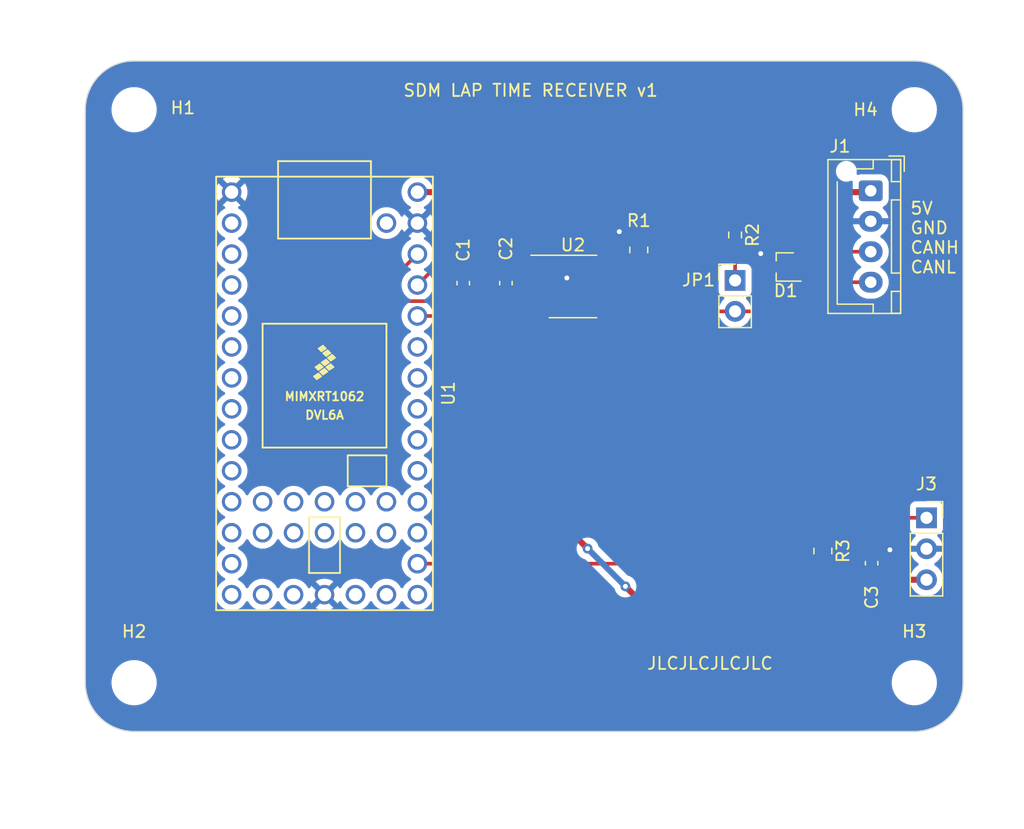
<source format=kicad_pcb>
(kicad_pcb (version 20221018) (generator pcbnew)
  (layers (0 "F.Cu" signal) (31 "B.Cu" signal) (34 "B.Paste" user) (35 "F.Paste" user) (36 "B.SilkS" user "B.Silkscreen") (37 "F.SilkS" user "F.Silkscreen") (38 "B.Mask" user) (39 "F.Mask" user) (44 "Edge.Cuts" user))
  (net 0 "")
  (net 1 "+3.3V")
  (net 2 "GND")
  (net 3 "/CANH")
  (net 4 "+5V")
  (net 5 "/IRout")
  (net 6 "Net-(JP1-A)")
  (net 7 "Net-(U2-Rs)")
  (net 20 "/CTX")
  (net 21 "/CRX")
  (net 46 "/CANL")
  (footprint "Capacitor_SMD:C_0603_1608Metric" (layer "F.Cu") (at 186.5 109.2 -90)
    (fp_text reference "C3" (at 2.8 0 90) (layer "F.SilkS"))
    (fp_text value "100nF" hide)
    (fp_line (start -0.14058 -0.51) (end 0.14058 -0.51) (stroke (width 0.12)) (layer "F.SilkS"))
    (fp_line (start -0.14058 0.51) (end 0.14058 0.51) (stroke (width 0.12)) (layer "F.SilkS"))
    (pad "1" smd roundrect (at -0.775 0 270) (size 0.9 0.95) (layers "F.Cu" "F.Paste" "F.Mask") (net 2 "GND"))
    (pad "2" smd roundrect (at 0.775 0 270) (size 0.9 0.95) (layers "F.Cu" "F.Paste" "F.Mask") (net 1 "+3.3V"))
  )
  (footprint "MountingHole:MountingHole_3.2mm_M3" (layer "F.Cu") (at 126 119)
    (fp_text reference "H2" (at 0 -4.2) (layer "F.SilkS"))
    (fp_text value "MountingHole")
    (pad "" np_thru_hole circle (at 0 0) (size 3.2 3.2) (drill 3.2) (layers "*.Cu" "*.Mask"))
  )
  (footprint "Resistor_SMD:R_0805_2012Metric_Pad1.20x1.40mm_HandSolder" (layer "F.Cu") (at 182.5 108.2 -90)
    (fp_text reference "R3" (at 0 -1.65 90) (layer "F.SilkS"))
    (fp_text value "10k" hide)
    (fp_line (start -0.227064 -0.735) (end 0.227064 -0.735) (stroke (width 0.12)) (layer "F.SilkS"))
    (fp_line (start -0.227064 0.735) (end 0.227064 0.735) (stroke (width 0.12)) (layer "F.SilkS"))
    (pad "1" smd roundrect (at -1 0 270) (size 1.2 1.4) (layers "F.Cu" "F.Paste" "F.Mask") (roundrect_rratio 0.208333) (net 5 "/IRout"))
    (pad "2" smd roundrect (at 1 0 270) (size 1.2 1.4) (layers "F.Cu" "F.Paste" "F.Mask") (roundrect_rratio 0.208333) (net 1 "+3.3V"))
  )
  (footprint "MountingHole:MountingHole_3.2mm_M3" (layer "F.Cu") (at 126 72)
    (fp_text reference "H1" (at 4 -0.15) (layer "F.SilkS"))
    (fp_text value "MountingHole")
    (pad "" np_thru_hole circle (at 0 0) (size 3.2 3.2) (drill 3.2) (layers "*.Cu" "*.Mask"))
  )
  (footprint "MountingHole:MountingHole_3.2mm_M3" (layer "F.Cu") (at 190 119)
    (fp_text reference "H3" (at 0 -4.2) (layer "F.SilkS"))
    (fp_text value "MountingHole")
    (pad "" np_thru_hole circle (at 0 0) (size 3.2 3.2) (drill 3.2) (layers "*.Cu" "*.Mask"))
  )
  (footprint "Package_TO_SOT_SMD:SOT-323_SC-70" (layer "F.Cu") (at 179.4 84.9 180)
    (fp_text reference "D1" (at -0.05 -1.95) (layer "F.SilkS"))
    (fp_text value "D_TVS_Dual_AAC")
    (fp_line (start -0.68 1.16) (end 0.73 1.16) (stroke (width 0.12)) (layer "F.SilkS"))
    (fp_line (start 0.73 -1.16) (end -1.3 -1.16) (stroke (width 0.12)) (layer "F.SilkS"))
    (fp_line (start 0.73 -1.16) (end 0.73 -0.5) (stroke (width 0.12)) (layer "F.SilkS"))
    (fp_line (start 0.73 0.5) (end 0.73 1.16) (stroke (width 0.12)) (layer "F.SilkS"))
    (pad "1" smd rect (at -1 -0.65 90) (size 0.45 0.7) (layers "F.Cu" "F.Paste" "F.Mask") (net 46 "/CANL"))
    (pad "2" smd rect (at -1 0.65 90) (size 0.45 0.7) (layers "F.Cu" "F.Paste" "F.Mask") (net 3 "/CANH"))
    (pad "3" smd rect (at 1 0 90) (size 0.45 0.7) (layers "F.Cu" "F.Paste" "F.Mask") (net 2 "GND"))
  )
  (footprint "Connector_PinHeader_2.54mm:PinHeader_1x02_P2.54mm_Vertical" (layer "F.Cu") (at 175.3 86)
    (fp_text reference "JP1" (at -3 -0.025) (layer "F.SilkS"))
    (fp_text value "Bus_Termination" hide)
    (fp_line (start -1.33 -1.33) (end 0 -1.33) (stroke (width 0.12)) (layer "F.SilkS"))
    (fp_line (start -1.33 0) (end -1.33 -1.33) (stroke (width 0.12)) (layer "F.SilkS"))
    (fp_line (start -1.33 1.27) (end -1.33 3.87) (stroke (width 0.12)) (layer "F.SilkS"))
    (fp_line (start -1.33 1.27) (end 1.33 1.27) (stroke (width 0.12)) (layer "F.SilkS"))
    (fp_line (start -1.33 3.87) (end 1.33 3.87) (stroke (width 0.12)) (layer "F.SilkS"))
    (fp_line (start 1.33 1.27) (end 1.33 3.87) (stroke (width 0.12)) (layer "F.SilkS"))
    (pad "1" thru_hole rect (at 0 0) (size 1.7 1.7) (drill 1) (layers "*.Cu" "*.Mask") (net 6 "Net-(JP1-A)"))
    (pad "2" thru_hole oval (at 0 2.54) (size 1.7 1.7) (drill 1) (layers "*.Cu" "*.Mask") (net 46 "/CANL"))
  )
  (footprint "MountingHole:MountingHole_3.2mm_M3" (layer "F.Cu") (at 190 72)
    (fp_text reference "H4" (at -4 0) (layer "F.SilkS"))
    (fp_text value "MountingHole")
    (pad "" np_thru_hole circle (at 0 0) (size 3.2 3.2) (drill 3.2) (layers "*.Cu" "*.Mask"))
  )
  (footprint "Capacitor_SMD:C_0603_1608Metric" (layer "F.Cu") (at 153 86.225 90)
    (fp_text reference "C1" (at 2.725 0 90) (layer "F.SilkS"))
    (fp_text value "100nF")
    (fp_line (start -0.14058 -0.51) (end 0.14058 -0.51) (stroke (width 0.12)) (layer "F.SilkS"))
    (fp_line (start -0.14058 0.51) (end 0.14058 0.51) (stroke (width 0.12)) (layer "F.SilkS"))
    (pad "1" smd roundrect (at -0.775 0 90) (size 0.9 0.95) (layers "F.Cu" "F.Paste" "F.Mask") (net 1 "+3.3V"))
    (pad "2" smd roundrect (at 0.775 0 90) (size 0.9 0.95) (layers "F.Cu" "F.Paste" "F.Mask") (net 2 "GND"))
  )
  (footprint "Connector_JST:JST_XH_B4B-XH-AM_1x04_P2.50mm_Vertical" (layer "F.Cu") (at 186.425 78.65 -90)
    (fp_text reference "J1" (at -3.65 2.525 -180) (layer "F.SilkS"))
    (fp_text value "Conn_01x04_Pin" hide)
    (fp_line (start -2.85 -2.75) (end -2.85 -1.5) (stroke (width 0.12)) (layer "F.SilkS"))
    (fp_line (start -2.56 -2.46) (end -2.56 3.51) (stroke (width 0.12)) (layer "F.SilkS"))
    (fp_line (start -2.56 3.51) (end 10.06 3.51) (stroke (width 0.12)) (layer "F.SilkS"))
    (fp_line (start -2.55 -2.45) (end -2.55 -1.7) (stroke (width 0.12)) (layer "F.SilkS"))
    (fp_line (start -2.55 -1.7) (end -0.75 -1.7) (stroke (width 0.12)) (layer "F.SilkS"))
    (fp_line (start -2.55 -0.2) (end -1.8 -0.2) (stroke (width 0.12)) (layer "F.SilkS"))
    (fp_line (start -1.8 -0.2) (end -1.8 1.14) (stroke (width 0.12)) (layer "F.SilkS"))
    (fp_line (start -1.6 -2.75) (end -2.85 -2.75) (stroke (width 0.12)) (layer "F.SilkS"))
    (fp_line (start -0.75 -2.45) (end -2.55 -2.45) (stroke (width 0.12)) (layer "F.SilkS"))
    (fp_line (start -0.75 -1.7) (end -0.75 -2.45) (stroke (width 0.12)) (layer "F.SilkS"))
    (fp_line (start 0.75 -2.45) (end 0.75 -1.7) (stroke (width 0.12)) (layer "F.SilkS"))
    (fp_line (start 0.75 -1.7) (end 6.75 -1.7) (stroke (width 0.12)) (layer "F.SilkS"))
    (fp_line (start 3.75 2.75) (end -0.74 2.75) (stroke (width 0.12)) (layer "F.SilkS"))
    (fp_line (start 6.75 -2.45) (end 0.75 -2.45) (stroke (width 0.12)) (layer "F.SilkS"))
    (fp_line (start 6.75 -1.7) (end 6.75 -2.45) (stroke (width 0.12)) (layer "F.SilkS"))
    (fp_line (start 8.25 -2.45) (end 8.25 -1.7) (stroke (width 0.12)) (layer "F.SilkS"))
    (fp_line (start 8.25 -1.7) (end 10.05 -1.7) (stroke (width 0.12)) (layer "F.SilkS"))
    (fp_line (start 9.3 -0.2) (end 9.3 2.75) (stroke (width 0.12)) (layer "F.SilkS"))
    (fp_line (start 9.3 2.75) (end 3.75 2.75) (stroke (width 0.12)) (layer "F.SilkS"))
    (fp_line (start 10.05 -2.45) (end 8.25 -2.45) (stroke (width 0.12)) (layer "F.SilkS"))
    (fp_line (start 10.05 -1.7) (end 10.05 -2.45) (stroke (width 0.12)) (layer "F.SilkS"))
    (fp_line (start 10.05 -0.2) (end 9.3 -0.2) (stroke (width 0.12)) (layer "F.SilkS"))
    (fp_line (start 10.06 -2.46) (end -2.56 -2.46) (stroke (width 0.12)) (layer "F.SilkS"))
    (fp_line (start 10.06 3.51) (end 10.06 -2.46) (stroke (width 0.12)) (layer "F.SilkS"))
    (pad "" np_thru_hole circle (at -1.6 2 270) (size 1.2 1.2) (drill 1.2) (layers "*.Cu" "*.Mask"))
    (pad "1" thru_hole roundrect (at 0 0 270) (size 1.7 1.95) (drill 0.95) (layers "*.Cu" "*.Mask") (roundrect_rratio 0.147059) (net 4 "+5V"))
    (pad "2" thru_hole oval (at 2.5 0 270) (size 1.7 1.95) (drill 0.95) (layers "*.Cu" "*.Mask") (net 2 "GND"))
    (pad "3" thru_hole oval (at 5 0 270) (size 1.7 1.95) (drill 0.95) (layers "*.Cu" "*.Mask") (net 3 "/CANH"))
    (pad "4" thru_hole oval (at 7.5 0 270) (size 1.7 1.95) (drill 0.95) (layers "*.Cu" "*.Mask") (net 46 "/CANL"))
  )
  (footprint "Package_SO:SOIC-8_3.9x4.9mm_P1.27mm" (layer "F.Cu") (at 162 86.5)
    (fp_text reference "U2" (at 0 -3.4) (layer "F.SilkS"))
    (fp_text value "SN65HVD230" hide)
    (fp_line (start 0 -2.56) (end -3.45 -2.56) (stroke (width 0.12)) (layer "F.SilkS"))
    (fp_line (start 0 -2.56) (end 1.95 -2.56) (stroke (width 0.12)) (layer "F.SilkS"))
    (fp_line (start 0 2.56) (end -1.95 2.56) (stroke (width 0.12)) (layer "F.SilkS"))
    (fp_line (start 0 2.56) (end 1.95 2.56) (stroke (width 0.12)) (layer "F.SilkS"))
    (pad "1" smd roundrect (at -2.475 -1.905) (size 1.95 0.6) (layers "F.Cu" "F.Paste" "F.Mask") (net 21 "/CRX"))
    (pad "2" smd roundrect (at -2.475 -0.635) (size 1.95 0.6) (layers "F.Cu" "F.Paste" "F.Mask") (net 2 "GND"))
    (pad "3" smd roundrect (at -2.475 0.635) (size 1.95 0.6) (layers "F.Cu" "F.Paste" "F.Mask") (net 1 "+3.3V"))
    (pad "4" smd roundrect (at -2.475 1.905) (size 1.95 0.6) (layers "F.Cu" "F.Paste" "F.Mask") (net 20 "/CTX"))
    (pad "5" smd roundrect (at 2.475 1.905) (size 1.95 0.6) (layers "F.Cu" "F.Paste" "F.Mask"))
    (pad "6" smd roundrect (at 2.475 0.635) (size 1.95 0.6) (layers "F.Cu" "F.Paste" "F.Mask") (net 46 "/CANL"))
    (pad "7" smd roundrect (at 2.475 -0.635) (size 1.95 0.6) (layers "F.Cu" "F.Paste" "F.Mask") (net 3 "/CANH"))
    (pad "8" smd roundrect (at 2.475 -1.905) (size 1.95 0.6) (layers "F.Cu" "F.Paste" "F.Mask") (net 7 "Net-(U2-Rs)"))
  )
  (footprint "Capacitor_SMD:C_0603_1608Metric" (layer "F.Cu") (at 156.5 86.225 90)
    (fp_text reference "C2" (at 2.825 0 90) (layer "F.SilkS"))
    (fp_text value "100nF")
    (fp_line (start -0.14058 -0.51) (end 0.14058 -0.51) (stroke (width 0.12)) (layer "F.SilkS"))
    (fp_line (start -0.14058 0.51) (end 0.14058 0.51) (stroke (width 0.12)) (layer "F.SilkS"))
    (pad "1" smd roundrect (at -0.775 0 90) (size 0.9 0.95) (layers "F.Cu" "F.Paste" "F.Mask") (net 1 "+3.3V"))
    (pad "2" smd roundrect (at 0.775 0 90) (size 0.9 0.95) (layers "F.Cu" "F.Paste" "F.Mask") (net 2 "GND"))
  )
  (footprint "teensy:Teensy40" (layer "F.Cu") (at 141.62 95.27 -90)
    (fp_text reference "U1" (at 0 -10.16 90) (layer "F.SilkS"))
    (fp_text value "Teensy4.0")
    (fp_text user "DVL6A" (at 1.778 0) (layer "F.SilkS") (effects (font (size 0.7 0.7))))
    (fp_text user "MIMXRT1062" (at 0.254 0) (layer "F.SilkS") (effects (font (size 0.7 0.7))))
    (fp_line (start -19.05 -3.81) (end -17.78 -3.81) (stroke (width 0.15)) (layer "F.SilkS"))
    (fp_line (start -19.05 3.81) (end -19.05 -3.81) (stroke (width 0.15)) (layer "F.SilkS"))
    (fp_line (start -17.78 -8.89) (end 17.78 -8.89) (stroke (width 0.15)) (layer "F.SilkS"))
    (fp_line (start -17.78 3.81) (end -19.05 3.81) (stroke (width 0.15)) (layer "F.SilkS"))
    (fp_line (start -17.78 8.89) (end -17.78 -8.89) (stroke (width 0.15)) (layer "F.SilkS"))
    (fp_line (start -12.7 -3.81) (end -17.78 -3.81) (stroke (width 0.15)) (layer "F.SilkS"))
    (fp_line (start -12.7 3.81) (end -17.78 3.81) (stroke (width 0.15)) (layer "F.SilkS"))
    (fp_line (start -12.7 3.81) (end -12.7 -3.81) (stroke (width 0.15)) (layer "F.SilkS"))
    (fp_line (start -5.715 -5.08) (end -5.715 5.08) (stroke (width 0.15)) (layer "F.SilkS"))
    (fp_line (start 4.445 -5.08) (end -5.715 -5.08) (stroke (width 0.15)) (layer "F.SilkS"))
    (fp_line (start 4.445 5.08) (end -5.715 5.08) (stroke (width 0.15)) (layer "F.SilkS"))
    (fp_line (start 4.445 5.08) (end 4.445 -5.08) (stroke (width 0.15)) (layer "F.SilkS"))
    (fp_line (start 5.08 -5.08) (end 7.62 -5.08) (stroke (width 0.15)) (layer "F.SilkS"))
    (fp_line (start 5.08 -1.905) (end 5.08 -5.08) (stroke (width 0.15)) (layer "F.SilkS"))
    (fp_line (start 7.62 -5.08) (end 7.62 -1.905) (stroke (width 0.15)) (layer "F.SilkS"))
    (fp_line (start 7.62 -1.905) (end 5.08 -1.905) (stroke (width 0.15)) (layer "F.SilkS"))
    (fp_line (start 10.16 -1.27) (end 14.732 -1.27) (stroke (width 0.15)) (layer "F.SilkS"))
    (fp_line (start 10.16 1.27) (end 10.16 -1.27) (stroke (width 0.15)) (layer "F.SilkS"))
    (fp_line (start 14.732 -1.27) (end 14.732 1.27) (stroke (width 0.15)) (layer "F.SilkS"))
    (fp_line (start 14.732 1.27) (end 10.16 1.27) (stroke (width 0.15)) (layer "F.SilkS"))
    (fp_line (start 17.78 -8.89) (end 17.78 8.89) (stroke (width 0.15)) (layer "F.SilkS"))
    (fp_line (start 17.78 8.89) (end -17.78 8.89) (stroke (width 0.15)) (layer "F.SilkS"))
    (fp_poly (pts (xy -3.937 0.127) (xy -3.683 -0.127) (xy -3.429 0.254) (xy -3.683 0.508)) (stroke (width 0.1)) (fill solid) (layer "F.SilkS"))
    (fp_poly (pts (xy -3.556 -0.254) (xy -3.302 -0.508) (xy -3.048 -0.127) (xy -3.302 0.127)) (stroke (width 0.1)) (fill solid) (layer "F.SilkS"))
    (fp_poly (pts (xy -3.175 -0.635) (xy -2.921 -0.889) (xy -2.667 -0.508) (xy -2.921 -0.254)) (stroke (width 0.1)) (fill solid) (layer "F.SilkS"))
    (fp_poly (pts (xy -2.794 -0.127) (xy -2.54 -0.381) (xy -2.286 0) (xy -2.54 0.254)) (stroke (width 0.1)) (fill solid) (layer "F.SilkS"))
    (fp_poly (pts (xy -2.413 -0.508) (xy -2.159 -0.762) (xy -1.905 -0.381) (xy -2.159 -0.127)) (stroke (width 0.1)) (fill solid) (layer "F.SilkS"))
    (fp_poly (pts (xy -2.413 0.381) (xy -2.159 0.127) (xy -1.905 0.508) (xy -2.159 0.762)) (stroke (width 0.1)) (fill solid) (layer "F.SilkS"))
    (fp_poly (pts (xy -2.032 0) (xy -1.778 -0.254) (xy -1.524 0.127) (xy -1.778 0.381)) (stroke (width 0.1)) (fill solid) (layer "F.SilkS"))
    (fp_poly (pts (xy -1.651 0.508) (xy -1.397 0.254) (xy -1.143 0.635) (xy -1.397 0.889)) (stroke (width 0.1)) (fill solid) (layer "F.SilkS"))
    (pad "1" thru_hole circle (at -16.51 7.62 270) (size 1.6 1.6) (drill 1.1) (layers "*.Cu" "*.Mask") (net 2 "GND"))
    (pad "2" thru_hole circle (at -13.97 7.62 270) (size 1.6 1.6) (drill 1.1) (layers "*.Cu" "*.Mask"))
    (pad "3" thru_hole circle (at -11.43 7.62 270) (size 1.6 1.6) (drill 1.1) (layers "*.Cu" "*.Mask"))
    (pad "4" thru_hole circle (at -8.89 7.62 270) (size 1.6 1.6) (drill 1.1) (layers "*.Cu" "*.Mask"))
    (pad "5" thru_hole circle (at -6.35 7.62 270) (size 1.6 1.6) (drill 1.1) (layers "*.Cu" "*.Mask"))
    (pad "6" thru_hole circle (at -3.81 7.62 270) (size 1.6 1.6) (drill 1.1) (layers "*.Cu" "*.Mask"))
    (pad "7" thru_hole circle (at -1.27 7.62 270) (size 1.6 1.6) (drill 1.1) (layers "*.Cu" "*.Mask"))
    (pad "8" thru_hole circle (at 1.27 7.62 270) (size 1.6 1.6) (drill 1.1) (layers "*.Cu" "*.Mask"))
    (pad "9" thru_hole circle (at 3.81 7.62 270) (size 1.6 1.6) (drill 1.1) (layers "*.Cu" "*.Mask"))
    (pad "10" thru_hole circle (at 6.35 7.62 270) (size 1.6 1.6) (drill 1.1) (layers "*.Cu" "*.Mask"))
    (pad "11" thru_hole circle (at 8.89 7.62 270) (size 1.6 1.6) (drill 1.1) (layers "*.Cu" "*.Mask"))
    (pad "12" thru_hole circle (at 11.43 7.62 270) (size 1.6 1.6) (drill 1.1) (layers "*.Cu" "*.Mask"))
    (pad "13" thru_hole circle (at 13.97 7.62 270) (size 1.6 1.6) (drill 1.1) (layers "*.Cu" "*.Mask"))
    (pad "14" thru_hole circle (at 16.51 7.62 270) (size 1.6 1.6) (drill 1.1) (layers "*.Cu" "*.Mask"))
    (pad "15" thru_hole circle (at 16.51 5.08 270) (size 1.6 1.6) (drill 1.1) (layers "*.Cu" "*.Mask"))
    (pad "16" thru_hole circle (at 16.51 2.54 270) (size 1.6 1.6) (drill 1.1) (layers "*.Cu" "*.Mask"))
    (pad "17" thru_hole circle (at 16.51 0 270) (size 1.6 1.6) (drill 1.1) (layers "*.Cu" "*.Mask") (net 2 "GND"))
    (pad "18" thru_hole circle (at 16.51 -2.54 270) (size 1.6 1.6) (drill 1.1) (layers "*.Cu" "*.Mask"))
    (pad "19" thru_hole circle (at 16.51 -5.08 270) (size 1.6 1.6) (drill 1.1) (layers "*.Cu" "*.Mask"))
    (pad "20" thru_hole circle (at 16.51 -7.62 270) (size 1.6 1.6) (drill 1.1) (layers "*.Cu" "*.Mask"))
    (pad "21" thru_hole circle (at 13.97 -7.62 270) (size 1.6 1.6) (drill 1.1) (layers "*.Cu" "*.Mask") (net 5 "/IRout"))
    (pad "22" thru_hole circle (at 11.43 -7.62 270) (size 1.6 1.6) (drill 1.1) (layers "*.Cu" "*.Mask"))
    (pad "23" thru_hole circle (at 8.89 -7.62 270) (size 1.6 1.6) (drill 1.1) (layers "*.Cu" "*.Mask"))
    (pad "24" thru_hole circle (at 6.35 -7.62 270) (size 1.6 1.6) (drill 1.1) (layers "*.Cu" "*.Mask"))
    (pad "25" thru_hole circle (at 3.81 -7.62 270) (size 1.6 1.6) (drill 1.1) (layers "*.Cu" "*.Mask"))
    (pad "26" thru_hole circle (at 1.27 -7.62 270) (size 1.6 1.6) (drill 1.1) (layers "*.Cu" "*.Mask"))
    (pad "27" thru_hole circle (at -1.27 -7.62 270) (size 1.6 1.6) (drill 1.1) (layers "*.Cu" "*.Mask"))
    (pad "28" thru_hole circle (at -3.81 -7.62 270) (size 1.6 1.6) (drill 1.1) (layers "*.Cu" "*.Mask"))
    (pad "29" thru_hole circle (at -6.35 -7.62 270) (size 1.6 1.6) (drill 1.1) (layers "*.Cu" "*.Mask") (net 20 "/CTX"))
    (pad "30" thru_hole circle (at -8.89 -7.62 270) (size 1.6 1.6) (drill 1.1) (layers "*.Cu" "*.Mask") (net 21 "/CRX"))
    (pad "31" thru_hole circle (at -11.43 -7.62 270) (size 1.6 1.6) (drill 1.1) (layers "*.Cu" "*.Mask") (net 1 "+3.3V"))
    (pad "32" thru_hole circle (at -13.97 -7.62 270) (size 1.6 1.6) (drill 1.1) (layers "*.Cu" "*.Mask") (net 2 "GND"))
    (pad "33" thru_hole circle (at -16.51 -7.62 270) (size 1.6 1.6) (drill 1.1) (layers "*.Cu" "*.Mask") (net 4 "+5V"))
    (pad "34" thru_hole circle (at -13.97 -5.08 270) (size 1.6 1.6) (drill 1.1) (layers "*.Cu" "*.Mask"))
    (pad "35" thru_hole circle (at 11.43 -5.08 270) (size 1.6 1.6) (drill 1.1) (layers "*.Cu" "*.Mask"))
    (pad "36" thru_hole circle (at 8.89 -5.08 270) (size 1.6 1.6) (drill 1.1) (layers "*.Cu" "*.Mask"))
    (pad "37" thru_hole circle (at 11.43 -2.54 270) (size 1.6 1.6) (drill 1.1) (layers "*.Cu" "*.Mask"))
    (pad "38" thru_hole circle (at 8.89 -2.54 270) (size 1.6 1.6) (drill 1.1) (layers "*.Cu" "*.Mask"))
    (pad "39" thru_hole circle (at 11.43 0 270) (size 1.6 1.6) (drill 1.1) (layers "*.Cu" "*.Mask"))
    (pad "40" thru_hole circle (at 8.89 0 270) (size 1.6 1.6) (drill 1.1) (layers "*.Cu" "*.Mask"))
    (pad "41" thru_hole circle (at 11.43 2.54 270) (size 1.6 1.6) (drill 1.1) (layers "*.Cu" "*.Mask"))
    (pad "42" thru_hole circle (at 8.89 2.54 270) (size 1.6 1.6) (drill 1.1) (layers "*.Cu" "*.Mask"))
    (pad "43" thru_hole circle (at 11.43 5.08 270) (size 1.6 1.6) (drill 1.1) (layers "*.Cu" "*.Mask"))
    (pad "44" thru_hole circle (at 8.89 5.08 270) (size 1.6 1.6) (drill 1.1) (layers "*.Cu" "*.Mask"))
  )
  (footprint "Resistor_SMD:R_0805_2012Metric" (layer "F.Cu") (at 167.4 83.5 90)
    (fp_text reference "R1" (at 2.4 0 180) (layer "F.SilkS"))
    (fp_text value "10k")
    (fp_line (start -0.227064 -0.735) (end 0.227064 -0.735) (stroke (width 0.12)) (layer "F.SilkS"))
    (fp_line (start -0.227064 0.735) (end 0.227064 0.735) (stroke (width 0.12)) (layer "F.SilkS"))
    (pad "1" smd roundrect (at -0.9125 0 90) (size 1.025 1.4) (layers "F.Cu" "F.Paste" "F.Mask") (roundrect_rratio 0.243902) (net 7 "Net-(U2-Rs)"))
    (pad "2" smd roundrect (at 0.9125 0 90) (size 1.025 1.4) (layers "F.Cu" "F.Paste" "F.Mask") (roundrect_rratio 0.243902) (net 2 "GND"))
  )
  (footprint "Connector_PinSocket_2.54mm:PinSocket_1x03_P2.54mm_Vertical" (layer "F.Cu") (at 191 105.475)
    (fp_text reference "J3" (at 0 -2.77) (layer "F.SilkS"))
    (fp_text value "IR Sensor")
    (fp_line (start -1.33 1.27) (end -1.33 6.41) (stroke (width 0.12)) (layer "F.SilkS"))
    (fp_line (start -1.33 1.27) (end 1.33 1.27) (stroke (width 0.12)) (layer "F.SilkS"))
    (fp_line (start -1.33 6.41) (end 1.33 6.41) (stroke (width 0.12)) (layer "F.SilkS"))
    (fp_line (start 0 -1.33) (end 1.33 -1.33) (stroke (width 0.12)) (layer "F.SilkS"))
    (fp_line (start 1.33 -1.33) (end 1.33 0) (stroke (width 0.12)) (layer "F.SilkS"))
    (fp_line (start 1.33 1.27) (end 1.33 6.41) (stroke (width 0.12)) (layer "F.SilkS"))
    (pad "1" thru_hole rect (at 0 0) (size 1.7 1.7) (drill 1) (layers "*.Cu" "*.Mask") (net 5 "/IRout"))
    (pad "2" thru_hole oval (at 0 2.54) (size 1.7 1.7) (drill 1) (layers "*.Cu" "*.Mask") (net 2 "GND"))
    (pad "3" thru_hole oval (at 0 5.08) (size 1.7 1.7) (drill 1) (layers "*.Cu" "*.Mask") (net 1 "+3.3V"))
  )
  (footprint "Resistor_SMD:R_0603_1608Metric" (layer "F.Cu") (at 175.3 82.275 -90)
    (fp_text reference "R2" (at 0 -1.43 -90) (layer "F.SilkS"))
    (fp_text value "120")
    (fp_line (start -0.237258 -0.5225) (end 0.237258 -0.5225) (stroke (width 0.12)) (layer "F.SilkS"))
    (fp_line (start -0.237258 0.5225) (end 0.237258 0.5225) (stroke (width 0.12)) (layer "F.SilkS"))
    (pad "1" smd roundrect (at -0.825 0 270) (size 0.8 0.95) (layers "F.Cu" "F.Paste" "F.Mask") (net 3 "/CANH"))
    (pad "2" smd roundrect (at 0.825 0 270) (size 0.8 0.95) (layers "F.Cu" "F.Paste" "F.Mask") (net 6 "Net-(JP1-A)"))
  )
  (gr_line (start 126 68) (end 190 68) (stroke (width 0.1)) (layer "Edge.Cuts"))
  (gr_arc (start 122 72) (mid 123.171573 69.171573) (end 126 68) (stroke (width 0.1)) (layer "Edge.Cuts"))
  (gr_line (start 190 123) (end 126 123) (stroke (width 0.1)) (layer "Edge.Cuts"))
  (gr_line (start 194 72) (end 194 119) (stroke (width 0.1)) (layer "Edge.Cuts"))
  (gr_arc (start 194 119) (mid 192.828427 121.828427) (end 190 123) (stroke (width 0.1)) (layer "Edge.Cuts"))
  (gr_arc (start 190 68) (mid 192.828427 69.171573) (end 194 72) (stroke (width 0.1)) (layer "Edge.Cuts"))
  (gr_line (start 122 119) (end 122 72) (stroke (width 0.1)) (layer "Edge.Cuts"))
  (gr_arc (start 126 123) (mid 123.171573 121.828427) (end 122 119) (stroke (width 0.1)) (layer "Edge.Cuts"))
  (gr_text "5V\nGND\nCANH\nCANL" (at 189.6 85.5) (layer "F.SilkS") (effects (font (size 1 1)) (justify left bottom)))
  (gr_text "JLCJLCJLCJLC" (at 168 118) (layer "F.SilkS") (effects (font (size 1 1)) (justify left bottom)))
  (gr_text "SDM LAP TIME RECEIVER v1" (at 148 71) (layer "F.SilkS") (effects (font (size 1 1)) (justify left bottom)))
  (segment (start 152.3 87.7) (end 153 87) (width 0.3) (layer "F.Cu") (net 1))
  (segment (start 147.4 85.68) (end 147.4 87.3) (width 0.3) (layer "F.Cu") (net 1))
  (segment (start 188.675 109.975) (end 186.5 109.975) (width 0.5) (layer "F.Cu") (net 1))
  (segment (start 159.525 87.135) (end 160.835 87.135) (width 0.5) (layer "F.Cu") (net 1))
  (segment (start 178.695 112.905) (end 182.4 109.2) (width 0.5) (layer "F.Cu") (net 1))
  (segment (start 182.4 109.2) (end 182.5 109.2) (width 0.5) (layer "F.Cu") (net 1))
  (segment (start 182.5 109.2) (end 183.8 109.2) (width 0.5) (layer "F.Cu") (net 1))
  (segment (start 161.7 96.9) (end 161.7 106.5) (width 0.5) (layer "F.Cu") (net 1))
  (segment (start 157.6 87) (end 157.735 87.135) (width 0.5) (layer "F.Cu") (net 1))
  (segment (start 147.8 87.7) (end 152.3 87.7) (width 0.3) (layer "F.Cu") (net 1))
  (segment (start 184.575 109.975) (end 186.5 109.975) (width 0.5) (layer "F.Cu") (net 1))
  (segment (start 160.835 87.135) (end 161.7 88) (width 0.5) (layer "F.Cu") (net 1))
  (segment (start 191 110.555) (end 189.255 110.555) (width 0.5) (layer "F.Cu") (net 1))
  (segment (start 153 87) (end 156.5 87) (width 0.5) (layer "F.Cu") (net 1))
  (segment (start 161.7 88) (end 161.7 96.9) (width 0.5) (layer "F.Cu") (net 1))
  (segment (start 147.4 87.3) (end 147.8 87.7) (width 0.3) (layer "F.Cu") (net 1))
  (segment (start 156.5 87) (end 157.6 87) (width 0.5) (layer "F.Cu") (net 1))
  (segment (start 166.3 111.1) (end 168.105 112.905) (width 0.5) (layer "F.Cu") (net 1))
  (segment (start 161.7 106.5) (end 163.2 108) (width 0.5) (layer "F.Cu") (net 1))
  (segment (start 183.8 109.2) (end 184.575 109.975) (width 0.5) (layer "F.Cu") (net 1))
  (segment (start 149.24 83.84) (end 147.4 85.68) (width 0.3) (layer "F.Cu") (net 1))
  (segment (start 189.255 110.555) (end 188.675 109.975) (width 0.5) (layer "F.Cu") (net 1))
  (segment (start 157.735 87.135) (end 159.525 87.135) (width 0.5) (layer "F.Cu") (net 1))
  (segment (start 168.105 112.905) (end 178.695 112.905) (width 0.5) (layer "F.Cu") (net 1))
  (via (at 166.3 111.1) (size 0.8) (drill 0.4) (layers "F.Cu" "B.Cu") (net 1))
  (via (at 163.2 108) (size 0.8) (drill 0.4) (layers "F.Cu" "B.Cu") (net 1))
  (segment (start 163.2 108) (end 166.3 111.1) (width 0.5) (layer "B.Cu") (net 1))
  (segment (start 186.5 108.425) (end 187.675 108.425) (width 0.25) (layer "F.Cu") (net 2))
  (segment (start 178.4 84.9) (end 177.8 84.9) (width 0.3) (layer "F.Cu") (net 2))
  (segment (start 177.8 84.9) (end 177.4 84.5) (width 0.3) (layer "F.Cu") (net 2))
  (segment (start 157.55 85.45) (end 157.965 85.865) (width 0.25) (layer "F.Cu") (net 2))
  (segment (start 166.3875 82.5875) (end 165.8 82) (width 0.3) (layer "F.Cu") (net 2))
  (segment (start 167.4 82.5875) (end 166.3875 82.5875) (width 0.3) (layer "F.Cu") (net 2))
  (segment (start 187.675 108.425) (end 188 108.1) (width 0.25) (layer "F.Cu") (net 2))
  (segment (start 156.5 85.45) (end 157.55 85.45) (width 0.25) (layer "F.Cu") (net 2))
  (segment (start 157.965 85.865) (end 159.525 85.865) (width 0.25) (layer "F.Cu") (net 2))
  (segment (start 177.4 84.5) (end 177.4 83.8) (width 0.3) (layer "F.Cu") (net 2))
  (segment (start 153 85.45) (end 156.5 85.45) (width 0.25) (layer "F.Cu") (net 2))
  (segment (start 161.435 85.865) (end 161.5 85.8) (width 0.25) (layer "F.Cu") (net 2))
  (segment (start 159.525 85.865) (end 161.435 85.865) (width 0.25) (layer "F.Cu") (net 2))
  (via (at 177.4 83.8) (size 0.8) (drill 0.4) (layers "F.Cu" "B.Cu") (net 2))
  (via (at 161.5 85.8) (size 0.8) (drill 0.4) (layers "F.Cu" "B.Cu") (net 2))
  (via (at 165.8 82) (size 0.8) (drill 0.4) (layers "F.Cu" "B.Cu") (net 2))
  (via (at 188 108.1) (size 0.8) (drill 0.4) (layers "F.Cu" "B.Cu") (net 2))
  (segment (start 177.25 81.45) (end 175.3 81.45) (width 0.3) (layer "F.Cu") (net 3))
  (segment (start 180.4 84.25) (end 180.05 84.25) (width 0.3) (layer "F.Cu") (net 3))
  (segment (start 169.935 85.865) (end 164.475 85.865) (width 0.3) (layer "F.Cu") (net 3))
  (segment (start 183.55 84.25) (end 180.4 84.25) (width 0.3) (layer "F.Cu") (net 3))
  (segment (start 180.05 84.25) (end 177.25 81.45) (width 0.3) (layer "F.Cu") (net 3))
  (segment (start 186.425 83.65) (end 184.15 83.65) (width 0.3) (layer "F.Cu") (net 3))
  (segment (start 175.3 81.45) (end 174.35 81.45) (width 0.3) (layer "F.Cu") (net 3))
  (segment (start 184.15 83.65) (end 183.55 84.25) (width 0.3) (layer "F.Cu") (net 3))
  (segment (start 174.35 81.45) (end 169.935 85.865) (width 0.3) (layer "F.Cu") (net 3))
  (segment (start 186.315 78.76) (end 186.425 78.65) (width 0.5) (layer "F.Cu") (net 4))
  (segment (start 149.24 78.76) (end 186.315 78.76) (width 0.5) (layer "F.Cu") (net 4))
  (segment (start 182.5 107.2) (end 184.1 107.2) (width 0.3) (layer "F.Cu") (net 5))
  (segment (start 175.8 107.2) (end 182.5 107.2) (width 0.3) (layer "F.Cu") (net 5))
  (segment (start 173.76 109.24) (end 175.8 107.2) (width 0.3) (layer "F.Cu") (net 5))
  (segment (start 185.825 105.475) (end 191 105.475) (width 0.3) (layer "F.Cu") (net 5))
  (segment (start 149.24 109.24) (end 173.76 109.24) (width 0.3) (layer "F.Cu") (net 5))
  (segment (start 184.1 107.2) (end 185.825 105.475) (width 0.3) (layer "F.Cu") (net 5))
  (segment (start 175.3 83.1) (end 175.3 86) (width 0.3) (layer "F.Cu") (net 6))
  (segment (start 165.905 84.595) (end 166.0875 84.4125) (width 0.3) (layer "F.Cu") (net 7))
  (segment (start 166.0875 84.4125) (end 167.4 84.4125) (width 0.3) (layer "F.Cu") (net 7))
  (segment (start 164.475 84.595) (end 165.905 84.595) (width 0.3) (layer "F.Cu") (net 7))
  (segment (start 164.5 84.69) (end 164.69 84.5) (width 0.25) (layer "F.Cu") (net 7))
  (segment (start 157.095 88.405) (end 156.58 88.92) (width 0.3) (layer "F.Cu") (net 20))
  (segment (start 159.525 88.405) (end 157.095 88.405) (width 0.3) (layer "F.Cu") (net 20))
  (segment (start 156.58 88.92) (end 149.24 88.92) (width 0.3) (layer "F.Cu") (net 20))
  (segment (start 149.24 86.38) (end 150.945 84.675) (width 0.3) (layer "F.Cu") (net 21))
  (segment (start 149.24 86.38) (end 149.24 86.492817) (width 0.25) (layer "F.Cu") (net 21))
  (segment (start 150.945 84.675) (end 159.535 84.675) (width 0.3) (layer "F.Cu") (net 21))
  (segment (start 149.24 86.876396) (end 149.24 86.38) (width 0.25) (layer "F.Cu") (net 21))
  (segment (start 159.535 84.675) (end 159.55 84.69) (width 0.25) (layer "F.Cu") (net 21))
  (segment (start 164.475 87.135) (end 169.735 87.135) (width 0.3) (layer "F.Cu") (net 46))
  (segment (start 186.425 86.15) (end 184.25 86.15) (width 0.3) (layer "F.Cu") (net 46))
  (segment (start 171.14 88.54) (end 175.3 88.54) (width 0.3) (layer "F.Cu") (net 46))
  (segment (start 169.735 87.135) (end 171.14 88.54) (width 0.3) (layer "F.Cu") (net 46))
  (segment (start 184.25 86.15) (end 183.65 85.55) (width 0.3) (layer "F.Cu") (net 46))
  (segment (start 180.4 85.55) (end 179.65 85.55) (width 0.3) (layer "F.Cu") (net 46))
  (segment (start 183.65 85.55) (end 180.4 85.55) (width 0.3) (layer "F.Cu") (net 46))
  (segment (start 176.66 88.54) (end 175.3 88.54) (width 0.3) (layer "F.Cu") (net 46))
  (segment (start 179.65 85.55) (end 176.66 88.54) (width 0.3) (layer "F.Cu") (net 46))
  (segment (start 164.5 87.23) (end 164.123249 87.23) (width 0.25) (layer "F.Cu") (net 46))
  (zone (net 2) (net_name "GND") (layer "B.Cu") (connect_pads (clearance 0.5)) (min_thickness 0.25) (fill yes (thermal_gap 0.5) (thermal_bridge_width 0.5))
    (polygon (pts (xy 115 63) (xy 199 63) (xy 199 131) (xy 116 131)))
  )
)
</source>
